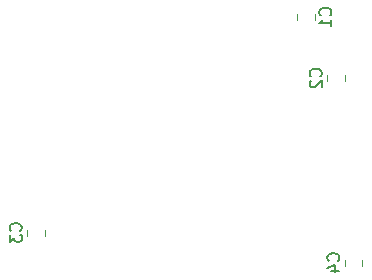
<source format=gbr>
%TF.GenerationSoftware,KiCad,Pcbnew,9.0.1*%
%TF.CreationDate,2025-04-10T22:20:43+03:00*%
%TF.ProjectId,Z80_card,5a38305f-6361-4726-942e-6b696361645f,rev?*%
%TF.SameCoordinates,Original*%
%TF.FileFunction,Legend,Bot*%
%TF.FilePolarity,Positive*%
%FSLAX46Y46*%
G04 Gerber Fmt 4.6, Leading zero omitted, Abs format (unit mm)*
G04 Created by KiCad (PCBNEW 9.0.1) date 2025-04-10 22:20:43*
%MOMM*%
%LPD*%
G01*
G04 APERTURE LIST*
%ADD10C,0.150000*%
%ADD11C,0.120000*%
G04 APERTURE END LIST*
D10*
X49479580Y-69915833D02*
X49527200Y-69868214D01*
X49527200Y-69868214D02*
X49574819Y-69725357D01*
X49574819Y-69725357D02*
X49574819Y-69630119D01*
X49574819Y-69630119D02*
X49527200Y-69487262D01*
X49527200Y-69487262D02*
X49431961Y-69392024D01*
X49431961Y-69392024D02*
X49336723Y-69344405D01*
X49336723Y-69344405D02*
X49146247Y-69296786D01*
X49146247Y-69296786D02*
X49003390Y-69296786D01*
X49003390Y-69296786D02*
X48812914Y-69344405D01*
X48812914Y-69344405D02*
X48717676Y-69392024D01*
X48717676Y-69392024D02*
X48622438Y-69487262D01*
X48622438Y-69487262D02*
X48574819Y-69630119D01*
X48574819Y-69630119D02*
X48574819Y-69725357D01*
X48574819Y-69725357D02*
X48622438Y-69868214D01*
X48622438Y-69868214D02*
X48670057Y-69915833D01*
X48574819Y-70249167D02*
X48574819Y-70868214D01*
X48574819Y-70868214D02*
X48955771Y-70534881D01*
X48955771Y-70534881D02*
X48955771Y-70677738D01*
X48955771Y-70677738D02*
X49003390Y-70772976D01*
X49003390Y-70772976D02*
X49051009Y-70820595D01*
X49051009Y-70820595D02*
X49146247Y-70868214D01*
X49146247Y-70868214D02*
X49384342Y-70868214D01*
X49384342Y-70868214D02*
X49479580Y-70820595D01*
X49479580Y-70820595D02*
X49527200Y-70772976D01*
X49527200Y-70772976D02*
X49574819Y-70677738D01*
X49574819Y-70677738D02*
X49574819Y-70392024D01*
X49574819Y-70392024D02*
X49527200Y-70296786D01*
X49527200Y-70296786D02*
X49479580Y-70249167D01*
X75699580Y-51670833D02*
X75747200Y-51623214D01*
X75747200Y-51623214D02*
X75794819Y-51480357D01*
X75794819Y-51480357D02*
X75794819Y-51385119D01*
X75794819Y-51385119D02*
X75747200Y-51242262D01*
X75747200Y-51242262D02*
X75651961Y-51147024D01*
X75651961Y-51147024D02*
X75556723Y-51099405D01*
X75556723Y-51099405D02*
X75366247Y-51051786D01*
X75366247Y-51051786D02*
X75223390Y-51051786D01*
X75223390Y-51051786D02*
X75032914Y-51099405D01*
X75032914Y-51099405D02*
X74937676Y-51147024D01*
X74937676Y-51147024D02*
X74842438Y-51242262D01*
X74842438Y-51242262D02*
X74794819Y-51385119D01*
X74794819Y-51385119D02*
X74794819Y-51480357D01*
X74794819Y-51480357D02*
X74842438Y-51623214D01*
X74842438Y-51623214D02*
X74890057Y-51670833D01*
X75794819Y-52623214D02*
X75794819Y-52051786D01*
X75794819Y-52337500D02*
X74794819Y-52337500D01*
X74794819Y-52337500D02*
X74937676Y-52242262D01*
X74937676Y-52242262D02*
X75032914Y-52147024D01*
X75032914Y-52147024D02*
X75080533Y-52051786D01*
X76382080Y-72455833D02*
X76429700Y-72408214D01*
X76429700Y-72408214D02*
X76477319Y-72265357D01*
X76477319Y-72265357D02*
X76477319Y-72170119D01*
X76477319Y-72170119D02*
X76429700Y-72027262D01*
X76429700Y-72027262D02*
X76334461Y-71932024D01*
X76334461Y-71932024D02*
X76239223Y-71884405D01*
X76239223Y-71884405D02*
X76048747Y-71836786D01*
X76048747Y-71836786D02*
X75905890Y-71836786D01*
X75905890Y-71836786D02*
X75715414Y-71884405D01*
X75715414Y-71884405D02*
X75620176Y-71932024D01*
X75620176Y-71932024D02*
X75524938Y-72027262D01*
X75524938Y-72027262D02*
X75477319Y-72170119D01*
X75477319Y-72170119D02*
X75477319Y-72265357D01*
X75477319Y-72265357D02*
X75524938Y-72408214D01*
X75524938Y-72408214D02*
X75572557Y-72455833D01*
X75810652Y-73312976D02*
X76477319Y-73312976D01*
X75429700Y-73074881D02*
X76143985Y-72836786D01*
X76143985Y-72836786D02*
X76143985Y-73455833D01*
X74879580Y-56833333D02*
X74927200Y-56785714D01*
X74927200Y-56785714D02*
X74974819Y-56642857D01*
X74974819Y-56642857D02*
X74974819Y-56547619D01*
X74974819Y-56547619D02*
X74927200Y-56404762D01*
X74927200Y-56404762D02*
X74831961Y-56309524D01*
X74831961Y-56309524D02*
X74736723Y-56261905D01*
X74736723Y-56261905D02*
X74546247Y-56214286D01*
X74546247Y-56214286D02*
X74403390Y-56214286D01*
X74403390Y-56214286D02*
X74212914Y-56261905D01*
X74212914Y-56261905D02*
X74117676Y-56309524D01*
X74117676Y-56309524D02*
X74022438Y-56404762D01*
X74022438Y-56404762D02*
X73974819Y-56547619D01*
X73974819Y-56547619D02*
X73974819Y-56642857D01*
X73974819Y-56642857D02*
X74022438Y-56785714D01*
X74022438Y-56785714D02*
X74070057Y-56833333D01*
X74070057Y-57214286D02*
X74022438Y-57261905D01*
X74022438Y-57261905D02*
X73974819Y-57357143D01*
X73974819Y-57357143D02*
X73974819Y-57595238D01*
X73974819Y-57595238D02*
X74022438Y-57690476D01*
X74022438Y-57690476D02*
X74070057Y-57738095D01*
X74070057Y-57738095D02*
X74165295Y-57785714D01*
X74165295Y-57785714D02*
X74260533Y-57785714D01*
X74260533Y-57785714D02*
X74403390Y-57738095D01*
X74403390Y-57738095D02*
X74974819Y-57166667D01*
X74974819Y-57166667D02*
X74974819Y-57785714D01*
D11*
%TO.C,C3*%
X50065000Y-69821248D02*
X50065000Y-70343752D01*
X51535000Y-69821248D02*
X51535000Y-70343752D01*
%TO.C,C1*%
X72925000Y-52098752D02*
X72925000Y-51576248D01*
X74395000Y-52098752D02*
X74395000Y-51576248D01*
%TO.C,C4*%
X76967500Y-72361248D02*
X76967500Y-72883752D01*
X78437500Y-72361248D02*
X78437500Y-72883752D01*
%TO.C,C2*%
X75465000Y-56738748D02*
X75465000Y-57261252D01*
X76935000Y-56738748D02*
X76935000Y-57261252D01*
%TD*%
M02*

</source>
